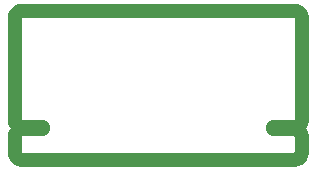
<source format=gm1>
G04*
G04 #@! TF.GenerationSoftware,Altium Limited,Altium Designer,22.2.1 (43)*
G04*
G04 Layer_Color=16711935*
%FSLAX25Y25*%
%MOIN*%
G70*
G04*
G04 #@! TF.SameCoordinates,84257AD4-3E44-4DFC-A38E-5C661E0BE4F9*
G04*
G04*
G04 #@! TF.FilePolarity,Positive*
G04*
G01*
G75*
%ADD21C,0.04724*%
D21*
X94335Y45000D02*
X94155Y45904D01*
X93643Y46670D01*
X92876Y47183D01*
X91972Y47362D01*
X94335Y45000D02*
X94155Y45904D01*
X93643Y46670D01*
X92876Y47183D01*
X91972Y47362D01*
Y8425D02*
X92876Y8605D01*
X93643Y9117D01*
X94155Y9883D01*
X94335Y10787D01*
X91972Y8425D02*
X92876Y8605D01*
X93643Y9117D01*
X94155Y9883D01*
X94335Y10787D01*
Y5394D02*
X94155Y6298D01*
X93643Y7064D01*
X92876Y7576D01*
X91972Y7756D01*
X94335Y5394D02*
X94155Y6298D01*
X93643Y7064D01*
X92876Y7576D01*
X91972Y7756D01*
Y-2362D02*
X92876Y-2183D01*
X93643Y-1670D01*
X94155Y-904D01*
X94335Y0D01*
X91972Y-2362D02*
X92876Y-2183D01*
X93643Y-1670D01*
X94155Y-904D01*
X94335Y0D01*
X1028Y47362D02*
X124Y47183D01*
X-643Y46670D01*
X-1155Y45904D01*
X-1335Y45000D01*
X1028Y47362D02*
X124Y47183D01*
X-643Y46670D01*
X-1155Y45904D01*
X-1335Y45000D01*
Y10787D02*
X-1155Y9883D01*
X-643Y9117D01*
X124Y8605D01*
X1028Y8425D01*
X-1335Y10787D02*
X-1155Y9883D01*
X-643Y9117D01*
X124Y8605D01*
X1028Y8425D01*
Y7756D02*
X124Y7576D01*
X-643Y7064D01*
X-1155Y6298D01*
X-1335Y5394D01*
X1028Y7756D02*
X124Y7576D01*
X-643Y7064D01*
X-1155Y6298D01*
X-1335Y5394D01*
Y0D02*
X-1155Y-904D01*
X-643Y-1670D01*
X124Y-2183D01*
X1028Y-2362D01*
X-1335Y0D02*
X-1155Y-904D01*
X-643Y-1670D01*
X124Y-2183D01*
X1028Y-2362D01*
X94335Y10787D02*
Y45000D01*
X84886Y8425D02*
X91972D01*
X84886Y7756D02*
X91972D01*
X94335Y0D02*
Y5394D01*
X84886Y7756D02*
Y8425D01*
X1028Y47362D02*
X91972D01*
X1028Y7756D02*
X8114D01*
X-1335Y10787D02*
Y45000D01*
X1028Y8425D02*
X8114D01*
Y7756D02*
Y8425D01*
X1028Y-2362D02*
X91972D01*
X-1335Y0D02*
Y5394D01*
M02*

</source>
